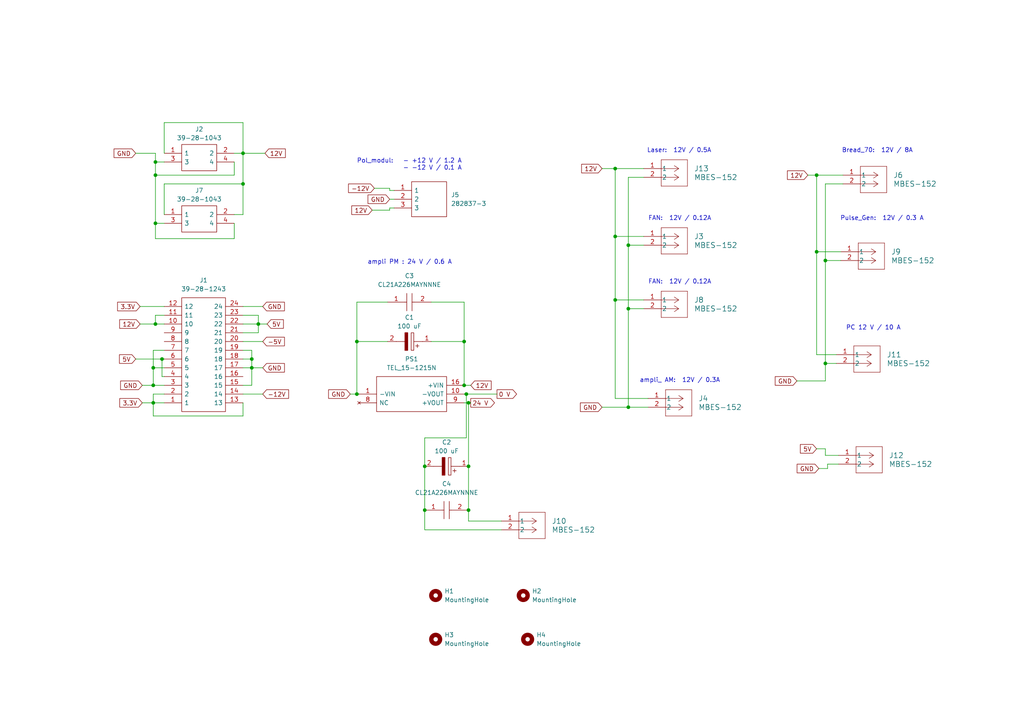
<source format=kicad_sch>
(kicad_sch (version 20230121) (generator eeschema)
  (paper "A4")
  (lib_symbols
    (symbol "282837-3:282837-3" (pin_names (offset 0.762))
      (property "Reference" "J" (at 16.51 7.62 0))
      (property "Value" "282837-3" (at 16.51 5.08 0))
      (symbol "282837-3_0_0"
        (pin passive line (at 0 0 0) (length 5.08) (name "1") (number "1"))
        (pin passive line (at 0 -2.54 0) (length 5.08) (name "2") (number "2"))
        (pin passive line (at 0 -5.08 0) (length 5.08) (name "3") (number "3"))
      )
      (symbol "282837-3_0_1"
        (polyline (pts (xy 5.08 2.54) (xy 15.24 2.54) (xy 15.24 -7.62) (xy 5.08 -7.62) (xy 5.08 2.54)) (stroke (width 0.1524)))
      )
    )
    (symbol "39-28-1043:39-28-1043" (pin_names (offset 0.762))
      (property "Reference" "J" (at 16.51 7.62 0))
      (property "Value" "39-28-1043" (at 16.51 5.08 0))
      (symbol "39-28-1043_0_0"
        (pin passive line (at 0 0 0) (length 5.08) (name "1") (number "1"))
        (pin passive line (at 20.32 0 180) (length 5.08) (name "2") (number "2"))
        (pin passive line (at 0 -2.54 0) (length 5.08) (name "3") (number "3"))
        (pin passive line (at 20.32 -2.54 180) (length 5.08) (name "4") (number "4"))
      )
      (symbol "39-28-1043_0_1"
        (polyline (pts (xy 5.08 2.54) (xy 15.24 2.54) (xy 15.24 -5.08) (xy 5.08 -5.08) (xy 5.08 2.54)) (stroke (width 0.1524)))
      )
    )
    (symbol "39-28-1243:39-28-1243" (pin_names (offset 0.762))
      (property "Reference" "J" (at 19.05 7.62 0))
      (property "Value" "39-28-1243" (at 19.05 5.08 0))
      (symbol "39-28-1243_0_0"
        (pin passive line (at 22.86 0 180) (length 5.08) (name "1") (number "1"))
        (pin passive line (at 22.86 -22.86 180) (length 5.08) (name "10") (number "10"))
        (pin passive line (at 22.86 -25.4 180) (length 5.08) (name "11") (number "11"))
        (pin passive line (at 22.86 -27.94 180) (length 5.08) (name "12") (number "12"))
        (pin passive line (at 0 0 0) (length 5.08) (name "13") (number "13"))
        (pin passive line (at 0 -2.54 0) (length 5.08) (name "14") (number "14"))
        (pin passive line (at 0 -5.08 0) (length 5.08) (name "15") (number "15"))
        (pin passive line (at 0 -7.62 0) (length 5.08) (name "16") (number "16"))
        (pin passive line (at 0 -10.16 0) (length 5.08) (name "17") (number "17"))
        (pin passive line (at 0 -12.7 0) (length 5.08) (name "18") (number "18"))
        (pin passive line (at 0 -15.24 0) (length 5.08) (name "19") (number "19"))
        (pin passive line (at 22.86 -2.54 180) (length 5.08) (name "2") (number "2"))
        (pin passive line (at 0 -17.78 0) (length 5.08) (name "20") (number "20"))
        (pin passive line (at 0 -20.32 0) (length 5.08) (name "21") (number "21"))
        (pin passive line (at 0 -22.86 0) (length 5.08) (name "22") (number "22"))
        (pin passive line (at 0 -25.4 0) (length 5.08) (name "23") (number "23"))
        (pin passive line (at 0 -27.94 0) (length 5.08) (name "24") (number "24"))
        (pin passive line (at 22.86 -5.08 180) (length 5.08) (name "3") (number "3"))
        (pin passive line (at 22.86 -7.62 180) (length 5.08) (name "4") (number "4"))
        (pin passive line (at 22.86 -10.16 180) (length 5.08) (name "5") (number "5"))
        (pin passive line (at 22.86 -12.7 180) (length 5.08) (name "6") (number "6"))
        (pin passive line (at 22.86 -15.24 180) (length 5.08) (name "7") (number "7"))
        (pin passive line (at 22.86 -17.78 180) (length 5.08) (name "8") (number "8"))
        (pin passive line (at 22.86 -20.32 180) (length 5.08) (name "9") (number "9"))
      )
      (symbol "39-28-1243_0_1"
        (polyline (pts (xy 5.08 2.54) (xy 17.78 2.54) (xy 17.78 -30.48) (xy 5.08 -30.48) (xy 5.08 2.54)) (stroke (width 0.1524)))
      )
    )
    (symbol "CL21A226MAYNNNE:CL21A226MAYNNNE" (pin_names (offset 0.762))
      (property "Reference" "C" (at 8.89 6.35 0))
      (property "Value" "CL21A226MAYNNNE" (at 8.89 3.81 0))
      (symbol "CL21A226MAYNNNE_0_0"
        (pin passive line (at 0 0 0) (length 5.08) (name "~") (number "1"))
        (pin passive line (at 12.7 0 180) (length 5.08) (name "~") (number "2"))
      )
      (symbol "CL21A226MAYNNNE_0_1"
        (polyline (pts (xy 5.08 0) (xy 5.588 0)) (stroke (width 0.1524)))
        (polyline (pts (xy 5.588 2.54) (xy 5.588 -2.54)) (stroke (width 0.1524)))
        (polyline (pts (xy 7.112 0) (xy 7.62 0)) (stroke (width 0.1524)))
        (polyline (pts (xy 7.112 2.54) (xy 7.112 -2.54)) (stroke (width 0.1524)))
      )
    )
    (symbol "MBES-152:MBES-152" (pin_names (offset 0.254))
      (property "Reference" "J" (at 8.89 6.35 0))
      (property "Value" "MBES-152" (at 0 0 0))
      (symbol "MBES-152_1_1"
        (polyline (pts (xy 5.08 -5.08) (xy 12.7 -5.08)) (stroke (width 0.127)))
        (polyline (pts (xy 5.08 2.54) (xy 5.08 -5.08)) (stroke (width 0.127)))
        (polyline (pts (xy 10.16 -2.54) (xy 5.08 -2.54)) (stroke (width 0.127)))
        (polyline (pts (xy 10.16 -2.54) (xy 8.89 -3.3867)) (stroke (width 0.127)))
        (polyline (pts (xy 10.16 -2.54) (xy 8.89 -1.6933)) (stroke (width 0.127)))
        (polyline (pts (xy 10.16 0) (xy 5.08 0)) (stroke (width 0.127)))
        (polyline (pts (xy 10.16 0) (xy 8.89 -0.8467)) (stroke (width 0.127)))
        (polyline (pts (xy 10.16 0) (xy 8.89 0.8467)) (stroke (width 0.127)))
        (polyline (pts (xy 12.7 -5.08) (xy 12.7 2.54)) (stroke (width 0.127)))
        (polyline (pts (xy 12.7 2.54) (xy 5.08 2.54)) (stroke (width 0.127)))
        (pin unspecified line (at 0 0 0) (length 5.08) (name "1") (number "1"))
        (pin unspecified line (at 0 -2.54 0) (length 5.08) (name "2") (number "2"))
      )
      (symbol "MBES-152_1_2"
        (polyline (pts (xy 5.08 -5.08) (xy 12.7 -5.08)) (stroke (width 0.127)))
        (polyline (pts (xy 5.08 2.54) (xy 5.08 -5.08)) (stroke (width 0.127)))
        (polyline (pts (xy 7.62 -2.54) (xy 5.08 -2.54)) (stroke (width 0.127)))
        (polyline (pts (xy 7.62 -2.54) (xy 8.89 -3.3867)) (stroke (width 0.127)))
        (polyline (pts (xy 7.62 -2.54) (xy 8.89 -1.6933)) (stroke (width 0.127)))
        (polyline (pts (xy 7.62 0) (xy 5.08 0)) (stroke (width 0.127)))
        (polyline (pts (xy 7.62 0) (xy 8.89 -0.8467)) (stroke (width 0.127)))
        (polyline (pts (xy 7.62 0) (xy 8.89 0.8467)) (stroke (width 0.127)))
        (polyline (pts (xy 12.7 -5.08) (xy 12.7 2.54)) (stroke (width 0.127)))
        (polyline (pts (xy 12.7 2.54) (xy 5.08 2.54)) (stroke (width 0.127)))
        (pin unspecified line (at 0 0 0) (length 5.08) (name "1") (number "1"))
        (pin unspecified line (at 0 -2.54 0) (length 5.08) (name "2") (number "2"))
      )
    )
    (symbol "Mechanical:MountingHole" (pin_names (offset 1.016))
      (property "Reference" "H" (at 0 5.08 0))
      (property "Value" "MountingHole" (at 0 3.175 0))
      (symbol "MountingHole_0_1"
        (circle (center 0 0) (radius 1.27) (stroke (width 1.27)))
      )
    )
    (symbol "T55D107M025C0060:T55D107M025C0060" (pin_names (offset 0.762))
      (property "Reference" "C" (at 8.89 6.35 0))
      (property "Value" "T55D107M025C0060" (at 8.89 3.81 0))
      (symbol "T55D107M025C0060_0_0"
        (pin passive line (at 0 0 0) (length 2.54) (name "~") (number "1"))
        (pin passive line (at 12.7 0 180) (length 2.54) (name "~") (number "2"))
      )
      (symbol "T55D107M025C0060_0_1"
        (polyline (pts (xy 2.54 0) (xy 5.08 0)) (stroke (width 0.1524)))
        (polyline (pts (xy 4.064 1.778) (xy 4.064 0.762)) (stroke (width 0.1524)))
        (polyline (pts (xy 4.572 1.27) (xy 3.556 1.27)) (stroke (width 0.1524)))
        (polyline (pts (xy 7.62 0) (xy 10.16 0)) (stroke (width 0.1524)))
        (polyline (pts (xy 5.08 2.54) (xy 5.08 -2.54) (xy 5.842 -2.54) (xy 5.842 2.54) (xy 5.08 2.54)) (stroke (width 0.1524)))
        (polyline (pts (xy 7.62 2.54) (xy 7.62 -2.54) (xy 6.858 -2.54) (xy 6.858 2.54) (xy 7.62 2.54)) (stroke (width 0.254)) (fill (type outline)))
      )
    )
    (symbol "TEL_15-1215N:TEL_15-1215N" (pin_names (offset 0.762))
      (property "Reference" "PS" (at 26.67 7.62 0))
      (property "Value" "TEL_15-1215N" (at 26.67 5.08 0))
      (symbol "TEL_15-1215N_0_0"
        (pin passive line (at 30.48 -2.54 180) (length 5.08) (name "-VIN") (number "1"))
        (pin passive line (at 0 -2.54 0) (length 5.08) (name "-VOUT") (number "10"))
        (pin passive line (at 0 -5.08 0) (length 5.08) (name "+VIN") (number "16"))
        (pin no_connect line (at 30.48 0 180) (length 5.08) (name "NC") (number "8"))
        (pin passive line (at 0 0 0) (length 5.08) (name "+VOUT") (number "9"))
      )
      (symbol "TEL_15-1215N_0_1"
        (polyline (pts (xy 5.08 2.54) (xy 25.4 2.54) (xy 25.4 -7.62) (xy 5.08 -7.62) (xy 5.08 2.54)) (stroke (width 0.1524)))
      )
    )
  )
  (junction (at 239.395 105.41))
  (junction (at 239.395 75.565))
  (junction (at 236.855 50.8))
  (junction (at 236.855 73.025))
  (junction (at 73.025 104.14))
  (junction (at 44.45 106.68))
  (junction (at 135.89 135.255))
  (junction (at 178.435 86.995))
  (junction (at 182.245 118.11))
  (junction (at 182.245 89.535))
  (junction (at 70.485 53.34))
  (junction (at 134.62 99.06))
  (junction (at 45.085 46.99))
  (junction (at 46.99 104.14))
  (junction (at 135.89 147.955))
  (junction (at 134.62 111.76))
  (junction (at 70.485 44.45))
  (junction (at 178.435 68.58))
  (junction (at 45.085 93.98))
  (junction (at 73.025 106.68))
  (junction (at 135.255 114.3))
  (junction (at 103.505 114.3))
  (junction (at 178.435 48.895))
  (junction (at 44.45 111.76))
  (junction (at 123.19 135.255))
  (junction (at 44.45 116.84))
  (junction (at 45.085 50.8))
  (junction (at 74.93 93.98))
  (junction (at 103.505 99.06))
  (junction (at 123.19 147.955))
  (junction (at 182.245 71.12))
  (junction (at 45.085 64.77))
  (junction (at 135.89 116.84))
  (wire (pts (xy 45.085 93.98) (xy 45.085 91.44)))
  (wire (pts (xy 47.625 44.45) (xy 47.625 35.56)))
  (wire (pts (xy 74.93 91.44) (xy 74.93 93.98)))
  (wire (pts (xy 67.945 69.215) (xy 45.085 69.215)))
  (wire (pts (xy 44.45 114.3) (xy 44.45 116.84)))
  (wire (pts (xy 67.945 44.45) (xy 70.485 44.45)))
  (wire (pts (xy 186.69 89.535) (xy 182.245 89.535)))
  (wire (pts (xy 186.69 86.995) (xy 178.435 86.995)))
  (wire (pts (xy 242.57 102.87) (xy 236.855 102.87)))
  (wire (pts (xy 70.485 91.44) (xy 74.93 91.44)))
  (wire (pts (xy 44.45 120.65) (xy 70.485 120.65)))
  (wire (pts (xy 125.095 99.06) (xy 134.62 99.06)))
  (wire (pts (xy 178.435 86.995) (xy 178.435 68.58)))
  (wire (pts (xy 243.205 134.62) (xy 240.03 134.62)))
  (wire (pts (xy 182.245 71.12) (xy 182.245 89.535)))
  (wire (pts (xy 41.275 111.76) (xy 44.45 111.76)))
  (wire (pts (xy 44.45 101.6) (xy 44.45 106.68)))
  (wire (pts (xy 113.03 57.785) (xy 114.3 57.785)))
  (wire (pts (xy 123.19 127) (xy 123.19 135.255)))
  (wire (pts (xy 239.395 132.08) (xy 243.205 132.08)))
  (wire (pts (xy 240.03 135.89) (xy 237.49 135.89)))
  (wire (pts (xy 41.275 116.84) (xy 44.45 116.84)))
  (wire (pts (xy 134.62 114.3) (xy 135.255 114.3)))
  (wire (pts (xy 114.3 55.245) (xy 113.03 55.245)))
  (wire (pts (xy 70.485 44.45) (xy 70.485 53.34)))
  (wire (pts (xy 178.435 48.895) (xy 178.435 68.58)))
  (wire (pts (xy 44.45 111.76) (xy 47.625 111.76)))
  (wire (pts (xy 47.625 104.14) (xy 46.99 104.14)))
  (wire (pts (xy 67.945 62.23) (xy 70.485 62.23)))
  (wire (pts (xy 239.395 75.565) (xy 243.84 75.565)))
  (wire (pts (xy 182.245 89.535) (xy 182.245 118.11)))
  (wire (pts (xy 135.89 116.84) (xy 136.525 116.84)))
  (wire (pts (xy 74.93 96.52) (xy 74.93 93.98)))
  (wire (pts (xy 134.62 116.84) (xy 135.89 116.84)))
  (wire (pts (xy 239.395 130.175) (xy 236.855 130.175)))
  (wire (pts (xy 39.37 104.14) (xy 46.99 104.14)))
  (wire (pts (xy 243.84 73.025) (xy 236.855 73.025)))
  (wire (pts (xy 47.625 93.98) (xy 45.085 93.98)))
  (wire (pts (xy 45.085 69.215) (xy 45.085 64.77)))
  (wire (pts (xy 46.99 104.14) (xy 46.99 109.22)))
  (wire (pts (xy 70.485 120.65) (xy 70.485 116.84)))
  (wire (pts (xy 47.625 101.6) (xy 44.45 101.6)))
  (wire (pts (xy 135.255 114.3) (xy 144.145 114.3)))
  (wire (pts (xy 47.625 35.56) (xy 70.485 35.56)))
  (wire (pts (xy 125.095 87.63) (xy 134.62 87.63)))
  (wire (pts (xy 112.395 99.06) (xy 103.505 99.06)))
  (wire (pts (xy 186.69 71.12) (xy 182.245 71.12)))
  (wire (pts (xy 47.625 114.3) (xy 44.45 114.3)))
  (wire (pts (xy 186.69 51.435) (xy 182.245 51.435)))
  (wire (pts (xy 73.025 106.68) (xy 73.025 111.76)))
  (wire (pts (xy 44.45 106.68) (xy 44.45 111.76)))
  (wire (pts (xy 47.625 53.34) (xy 70.485 53.34)))
  (wire (pts (xy 123.19 153.67) (xy 123.19 147.955)))
  (wire (pts (xy 70.485 114.3) (xy 76.2 114.3)))
  (wire (pts (xy 70.485 88.9) (xy 76.2 88.9)))
  (wire (pts (xy 47.625 106.68) (xy 44.45 106.68)))
  (wire (pts (xy 113.03 60.96) (xy 107.95 60.96)))
  (wire (pts (xy 239.395 105.41) (xy 239.395 110.49)))
  (wire (pts (xy 123.19 135.255) (xy 123.19 147.955)))
  (wire (pts (xy 104.14 114.3) (xy 103.505 114.3)))
  (wire (pts (xy 67.945 64.77) (xy 67.945 69.215)))
  (wire (pts (xy 236.855 73.025) (xy 236.855 102.87)))
  (wire (pts (xy 134.62 87.63) (xy 134.62 99.06)))
  (wire (pts (xy 70.485 53.34) (xy 70.485 62.23)))
  (wire (pts (xy 239.395 75.565) (xy 239.395 105.41)))
  (wire (pts (xy 174.625 48.895) (xy 178.435 48.895)))
  (wire (pts (xy 244.475 53.34) (xy 239.395 53.34)))
  (wire (pts (xy 67.945 50.8) (xy 45.085 50.8)))
  (wire (pts (xy 178.435 115.57) (xy 178.435 86.995)))
  (wire (pts (xy 135.89 151.13) (xy 135.89 147.955)))
  (wire (pts (xy 39.37 44.45) (xy 45.085 44.45)))
  (wire (pts (xy 236.855 50.8) (xy 244.475 50.8)))
  (wire (pts (xy 187.96 118.11) (xy 182.245 118.11)))
  (wire (pts (xy 135.89 135.255) (xy 135.89 116.84)))
  (wire (pts (xy 44.45 116.84) (xy 47.625 116.84)))
  (wire (pts (xy 182.245 118.11) (xy 174.625 118.11)))
  (wire (pts (xy 70.485 101.6) (xy 73.025 101.6)))
  (wire (pts (xy 240.03 134.62) (xy 240.03 135.89)))
  (wire (pts (xy 231.14 110.49) (xy 239.395 110.49)))
  (wire (pts (xy 73.025 101.6) (xy 73.025 104.14)))
  (wire (pts (xy 242.57 105.41) (xy 239.395 105.41)))
  (wire (pts (xy 74.93 93.98) (xy 77.47 93.98)))
  (wire (pts (xy 239.395 53.34) (xy 239.395 75.565)))
  (wire (pts (xy 236.855 50.8) (xy 236.855 73.025)))
  (wire (pts (xy 187.96 115.57) (xy 178.435 115.57)))
  (wire (pts (xy 103.505 99.06) (xy 103.505 114.3)))
  (wire (pts (xy 70.485 96.52) (xy 74.93 96.52)))
  (wire (pts (xy 70.485 99.06) (xy 76.2 99.06)))
  (wire (pts (xy 45.085 50.8) (xy 45.085 64.77)))
  (wire (pts (xy 44.45 116.84) (xy 44.45 120.65)))
  (wire (pts (xy 45.085 44.45) (xy 45.085 46.99)))
  (wire (pts (xy 112.395 87.63) (xy 103.505 87.63)))
  (wire (pts (xy 113.03 54.61) (xy 108.585 54.61)))
  (wire (pts (xy 70.485 93.98) (xy 74.93 93.98)))
  (wire (pts (xy 103.505 87.63) (xy 103.505 99.06)))
  (wire (pts (xy 234.315 50.8) (xy 236.855 50.8)))
  (wire (pts (xy 45.085 46.99) (xy 45.085 50.8)))
  (wire (pts (xy 239.395 132.08) (xy 239.395 130.175)))
  (wire (pts (xy 134.62 111.76) (xy 136.525 111.76)))
  (wire (pts (xy 70.485 44.45) (xy 76.835 44.45)))
  (wire (pts (xy 45.085 91.44) (xy 47.625 91.44)))
  (wire (pts (xy 182.245 51.435) (xy 182.245 71.12)))
  (wire (pts (xy 134.62 99.06) (xy 134.62 111.76)))
  (wire (pts (xy 135.255 127) (xy 123.19 127)))
  (wire (pts (xy 103.505 114.3) (xy 101.6 114.3)))
  (wire (pts (xy 73.025 111.76) (xy 70.485 111.76)))
  (wire (pts (xy 46.99 109.22) (xy 47.625 109.22)))
  (wire (pts (xy 76.2 106.68) (xy 73.025 106.68)))
  (wire (pts (xy 135.89 135.255) (xy 135.89 147.955)))
  (wire (pts (xy 73.025 106.68) (xy 70.485 106.68)))
  (wire (pts (xy 145.415 153.67) (xy 123.19 153.67)))
  (wire (pts (xy 67.945 46.99) (xy 67.945 50.8)))
  (wire (pts (xy 40.64 93.98) (xy 45.085 93.98)))
  (wire (pts (xy 113.03 60.325) (xy 113.03 60.96)))
  (wire (pts (xy 145.415 151.13) (xy 135.89 151.13)))
  (wire (pts (xy 113.03 55.245) (xy 113.03 54.61)))
  (wire (pts (xy 40.64 88.9) (xy 47.625 88.9)))
  (wire (pts (xy 47.625 46.99) (xy 45.085 46.99)))
  (wire (pts (xy 186.69 48.895) (xy 178.435 48.895)))
  (wire (pts (xy 70.485 35.56) (xy 70.485 44.45)))
  (wire (pts (xy 73.025 104.14) (xy 73.025 106.68)))
  (wire (pts (xy 135.255 114.3) (xy 135.255 127)))
  (wire (pts (xy 47.625 62.23) (xy 47.625 53.34)))
  (wire (pts (xy 47.625 64.77) (xy 45.085 64.77)))
  (wire (pts (xy 114.3 60.325) (xy 113.03 60.325)))
  (wire (pts (xy 70.485 104.14) (xy 73.025 104.14)))
  (wire (pts (xy 186.69 68.58) (xy 178.435 68.58)))
  (text " PC 12 V / 10 A " (at 262.255 95.885 0) (effects (font (size 1.27 1.27)) (justify right bottom)))
  (text "Bread_70:  12V / 8A" (at 264.795 44.45 0) (effects (font (size 1.27 1.27)) (justify right bottom)))
  (text "Laser:  12V / 0.5A  " (at 208.28 44.45 0) (effects (font (size 1.27 1.27)) (justify right bottom)))
  (text "FAN:  12V / 0.12A  " (at 208.28 82.55 0) (effects (font (size 1.27 1.27)) (justify right bottom)))
  (text "FAN:  12V / 0.12A  " (at 208.28 64.135 0) (effects (font (size 1.27 1.27)) (justify right bottom)))
  (text "Pol_modul:   - +12 V / 1.2 A\n             - -12 V / 0.1 A" (at 133.985 49.53 0) (effects (font (size 1.27 1.27)) (justify right bottom)))
  (text "ampli_ AM:  12V / 0.3A  " (at 210.82 111.125 0) (effects (font (size 1.27 1.27)) (justify right bottom)))
  (text "Pulse_Gen:  12V / 0.3 A" (at 267.97 64.135 0) (effects (font (size 1.27 1.27)) (justify right bottom)))
  (text " ampli PM : 24 V / 0.6 A " (at 132.08 76.835 0) (effects (font (size 1.27 1.27)) (justify right bottom)))
  (global_label "-12V" (shape input) (at 108.585 54.61 180) (property "Intersheetrefs" "${INTERSHEET_REFS}" (effects hide)))
  (global_label "GND" (shape input) (at 39.37 44.45 180) (property "Intersheetrefs" "${INTERSHEET_REFS}" (effects hide)))
  (global_label "-12V" (shape input) (at 76.2 114.3 0) (property "Intersheetrefs" "${INTERSHEET_REFS}" (effects hide)))
  (global_label "GND" (shape input) (at 76.2 88.9 0) (property "Intersheetrefs" "${INTERSHEET_REFS}" (effects hide)))
  (global_label "12V" (shape input) (at 76.835 44.45 0) (property "Intersheetrefs" "${INTERSHEET_REFS}" (effects hide)))
  (global_label "5V" (shape input) (at 236.855 130.175 180) (property "Intersheetrefs" "${INTERSHEET_REFS}" (effects hide)))
  (global_label "0 V" (shape output) (at 144.145 114.3 0) (property "Intersheetrefs" "${INTERSHEET_REFS}" (effects hide)))
  (global_label "GND" (shape input) (at 41.275 111.76 180) (property "Intersheetrefs" "${INTERSHEET_REFS}" (effects hide)))
  (global_label "12V" (shape input) (at 136.525 111.76 0) (property "Intersheetrefs" "${INTERSHEET_REFS}" (effects hide)))
  (global_label "12V" (shape input) (at 234.315 50.8 180) (property "Intersheetrefs" "${INTERSHEET_REFS}" (effects hide)))
  (global_label "GND" (shape input) (at 174.625 118.11 180) (property "Intersheetrefs" "${INTERSHEET_REFS}" (effects hide)))
  (global_label "GND" (shape input) (at 76.2 106.68 0) (property "Intersheetrefs" "${INTERSHEET_REFS}" (effects hide)))
  (global_label "GND" (shape input) (at 113.03 57.785 180) (property "Intersheetrefs" "${INTERSHEET_REFS}" (effects hide)))
  (global_label "GND" (shape input) (at 237.49 135.89 180) (property "Intersheetrefs" "${INTERSHEET_REFS}" (effects hide)))
  (global_label "5V" (shape input) (at 77.47 93.98 0) (property "Intersheetrefs" "${INTERSHEET_REFS}" (effects hide)))
  (global_label "3.3V" (shape input) (at 41.275 116.84 180) (property "Intersheetrefs" "${INTERSHEET_REFS}" (effects hide)))
  (global_label "3.3V" (shape input) (at 40.64 88.9 180) (property "Intersheetrefs" "${INTERSHEET_REFS}" (effects hide)))
  (global_label "12V" (shape input) (at 107.95 60.96 180) (property "Intersheetrefs" "${INTERSHEET_REFS}" (effects hide)))
  (global_label "GND" (shape input) (at 231.14 110.49 180) (property "Intersheetrefs" "${INTERSHEET_REFS}" (effects hide)))
  (global_label "GND" (shape input) (at 101.6 114.3 180) (property "Intersheetrefs" "${INTERSHEET_REFS}" (effects hide)))
  (global_label "-5V" (shape input) (at 76.2 99.06 0) (property "Intersheetrefs" "${INTERSHEET_REFS}" (effects hide)))
  (global_label "12V" (shape input) (at 40.64 93.98 180) (property "Intersheetrefs" "${INTERSHEET_REFS}" (effects hide)))
  (global_label "24 V" (shape output) (at 136.525 116.84 0) (property "Intersheetrefs" "${INTERSHEET_REFS}" (effects hide)))
  (global_label "12V" (shape input) (at 174.625 48.895 180) (property "Intersheetrefs" "${INTERSHEET_REFS}" (effects hide)))
  (global_label "5V" (shape input) (at 39.37 104.14 180) (property "Intersheetrefs" "${INTERSHEET_REFS}" (effects hide)))
  (symbol (lib_id "39-28-1043:39-28-1043") (at 47.625 44.45 0) (unit 1)
    (property "Reference" "J2" (at 57.785 37.465 0))
    (property "Value" "39-28-1043" (at 57.785 40.005 0))
    (property "Footprint" "39-28-1043" (effects hide))
    (property "Datasheet" "https://www.molex.com/pdm_docs/sd/039281023_sd.pdf" (effects hide))
    (property "Description" "Mini-Fit Jr. Vertical Header, 4.20mm Pitch, Dual Row, 4 Circuits, without Snap-in Plastic Peg PCB Lock, Tin, Natural" (effects hide))
    (property "Height" "12.8" (effects hide))
    (property "Mouser Part Number" "538-39-28-1043" (effects hide))
    (property "Mouser Price/Stock" "https://www.mouser.co.uk/ProductDetail/Molex/39-28-1043?qs=LQQHZ4xw2XCMHoV0KRLGhg%3D%3D" (effects hide))
    (property "Manufacturer_Name" "Molex" (effects hide))
    (property "Manufacturer_Part_Number" "39-28-1043" (effects hide))
  )
  (symbol (lib_id "CL21A226MAYNNNE:CL21A226MAYNNNE") (at 123.19 147.955 0) (unit 1)
    (property "Reference" "C4" (at 129.54 140.335 0))
    (property "Value" "CL21A226MAYNNNE" (at 129.54 142.875 0))
    (property "Footprint" "CAPC2012X145N" (effects hide))
    (property "Datasheet" "http://product.samsungsem.com/mlcc/CL21A226MAYNNN.do" (effects hide))
    (property "Description" "Multilayer Ceramic Capacitors MLCC - SMD/SMT 22uF+/-20% 25V X5R 2012" (effects hide))
    (property "Height" "1.45" (effects hide))
    (property "Mouser Part Number" "187-CL21A226MAYNNNE" (effects hide))
    (property "Mouser Price/Stock" "https://www.mouser.co.uk/ProductDetail/Samsung-Electro-Mechanics/CL21A226MAYNNNE?qs=xZ%2FP%252Ba9zWqY%2FVvCfXjMhqg%3D%3D" (effects hide))
    (property "Manufacturer_Name" "SAMSUNG" (effects hide))
    (property "Manufacturer_Part_Number" "CL21A226MAYNNNE" (effects hide))
  )
  (symbol (lib_id "CL21A226MAYNNNE:CL21A226MAYNNNE") (at 112.395 87.63 0) (unit 1)
    (property "Reference" "C3" (at 118.745 80.01 0))
    (property "Value" "CL21A226MAYNNNE" (at 118.745 82.55 0))
    (property "Footprint" "CAPC2012X145N" (effects hide))
    (property "Datasheet" "http://product.samsungsem.com/mlcc/CL21A226MAYNNN.do" (effects hide))
    (property "Description" "Multilayer Ceramic Capacitors MLCC - SMD/SMT 22uF+/-20% 25V X5R 2012" (effects hide))
    (property "Height" "1.45" (effects hide))
    (property "Mouser Part Number" "187-CL21A226MAYNNNE" (effects hide))
    (property "Mouser Price/Stock" "https://www.mouser.co.uk/ProductDetail/Samsung-Electro-Mechanics/CL21A226MAYNNNE?qs=xZ%2FP%252Ba9zWqY%2FVvCfXjMhqg%3D%3D" (effects hide))
    (property "Manufacturer_Name" "SAMSUNG" (effects hide))
    (property "Manufacturer_Part_Number" "CL21A226MAYNNNE" (effects hide))
  )
  (symbol (lib_id "T55D107M025C0060:T55D107M025C0060") (at 125.095 99.06 180) (unit 1)
    (property "Reference" "C1" (at 118.745 92.075 0))
    (property "Value" "100 uF" (at 118.745 94.615 0))
    (property "Footprint" "CAPPM7343X310N" (effects hide))
    (property "Datasheet" "https://www.mouser.in/datasheet/2/427/VISH_S_A0011791766_1-2571805.pdf" (effects hide))
    (property "Description" "Tantalum Capacitors - Polymer 100uF 25volts 20% D Case 60 Max.ESR" (effects hide))
    (property "Height" "3.1" (effects hide))
    (property "Manufacturer_Name" "Vishay" (effects hide))
    (property "Manufacturer_Part_Number" "T55D107M025C0060" (effects hide))
    (property "Mouser Part Number" "74-T55D107M025C0060" (effects hide))
    (property "Mouser Price/Stock" "https://www.mouser.co.uk/ProductDetail/Vishay-Sprague/T55D107M025C0060?qs=iR2ablhfrmEk%252B%2Fi%2Ffn01KQ%3D%3D" (effects hide))
  )
  (symbol (lib_id "MBES-152:MBES-152") (at 145.415 151.13 0) (unit 1)
    (property "Reference" "J10" (at 160.02 151.13 0) (effects (font (size 1.524 1.524)) (justify left)))
    (property "Value" "MBES-152" (at 160.02 153.67 0) (effects (font (size 1.524 1.524)) (justify left)))
    (property "Footprint" "CONN_MBES-152_ALT" (effects hide))
    (property "Datasheet" "MBES-152" (effects hide))
  )
  (symbol (lib_id "MBES-152:MBES-152") (at 242.57 102.87 0) (unit 1)
    (property "Reference" "J11" (at 257.175 102.87 0) (effects (font (size 1.524 1.524)) (justify left)))
    (property "Value" "MBES-152" (at 257.175 105.41 0) (effects (font (size 1.524 1.524)) (justify left)))
    (property "Footprint" "CONN_MBES-152_ALT" (effects hide))
    (property "Datasheet" "MBES-152" (effects hide))
  )
  (symbol (lib_id "MBES-152:MBES-152") (at 186.69 48.895 0) (unit 1)
    (property "Reference" "J13" (at 201.295 48.895 0) (effects (font (size 1.524 1.524)) (justify left)))
    (property "Value" "MBES-152" (at 201.295 51.435 0) (effects (font (size 1.524 1.524)) (justify left)))
    (property "Footprint" "CONN_MBES-152_ALT" (effects hide))
    (property "Datasheet" "MBES-152" (effects hide))
  )
  (symbol (lib_id "Mechanical:MountingHole") (at 153.035 185.42 0) (unit 1)
    (property "Reference" "H4" (at 155.575 184.15 0) (effects (justify left)))
    (property "Value" "MountingHole" (at 155.575 186.69 0) (effects (justify left)))
    (property "Footprint" "MountingHole:MountingHole_3mm_Pad_Via" (effects hide))
  )
  (symbol (lib_id "MBES-152:MBES-152") (at 243.205 132.08 0) (unit 1)
    (property "Reference" "J12" (at 257.81 132.08 0) (effects (font (size 1.524 1.524)) (justify left)))
    (property "Value" "MBES-152" (at 257.81 134.62 0) (effects (font (size 1.524 1.524)) (justify left)))
    (property "Footprint" "CONN_MBES-152_ALT" (effects hide))
    (property "Datasheet" "MBES-152" (effects hide))
  )
  (symbol (lib_id "Mechanical:MountingHole") (at 126.365 172.72 0) (unit 1)
    (property "Reference" "H1" (at 128.905 171.45 0) (effects (justify left)))
    (property "Value" "MountingHole" (at 128.905 173.99 0) (effects (justify left)))
    (property "Footprint" "MountingHole:MountingHole_3mm_Pad_Via" (effects hide))
  )
  (symbol (lib_id "MBES-152:MBES-152") (at 244.475 50.8 0) (unit 1)
    (property "Reference" "J6" (at 259.08 50.8 0) (effects (font (size 1.524 1.524)) (justify left)))
    (property "Value" "MBES-152" (at 259.08 53.34 0) (effects (font (size 1.524 1.524)) (justify left)))
    (property "Footprint" "CONN_MBES-152_ALT" (effects hide))
    (property "Datasheet" "MBES-152" (effects hide))
  )
  (symbol (lib_id "MBES-152:MBES-152") (at 243.84 73.025 0) (unit 1)
    (property "Reference" "J9" (at 258.445 73.025 0) (effects (font (size 1.524 1.524)) (justify left)))
    (property "Value" "MBES-152" (at 258.445 75.565 0) (effects (font (size 1.524 1.524)) (justify left)))
    (property "Footprint" "CONN_MBES-152_ALT" (effects hide))
    (property "Datasheet" "MBES-152" (effects hide))
  )
  (symbol (lib_id "MBES-152:MBES-152") (at 186.69 68.58 0) (unit 1)
    (property "Reference" "J3" (at 201.295 68.58 0) (effects (font (size 1.524 1.524)) (justify left)))
    (property "Value" "MBES-152" (at 201.295 71.12 0) (effects (font (size 1.524 1.524)) (justify left)))
    (property "Footprint" "CONN_MBES-152_ALT" (effects hide))
    (property "Datasheet" "MBES-152" (effects hide))
  )
  (symbol (lib_id "MBES-152:MBES-152") (at 186.69 86.995 0) (unit 1)
    (property "Reference" "J8" (at 201.295 86.995 0) (effects (font (size 1.524 1.524)) (justify left)))
    (property "Value" "MBES-152" (at 201.295 89.535 0) (effects (font (size 1.524 1.524)) (justify left)))
    (property "Footprint" "CONN_MBES-152_ALT" (effects hide))
    (property "Datasheet" "MBES-152" (effects hide))
  )
  (symbol (lib_id "Mechanical:MountingHole") (at 126.365 185.42 0) (unit 1)
    (property "Reference" "H3" (at 128.905 184.15 0) (effects (justify left)))
    (property "Value" "MountingHole" (at 128.905 186.69 0) (effects (justify left)))
    (property "Footprint" "MountingHole:MountingHole_3mm_Pad_Via" (effects hide))
  )
  (symbol (lib_id "39-28-1043:39-28-1043") (at 47.625 62.23 0) (unit 1)
    (property "Reference" "J7" (at 57.785 55.245 0))
    (property "Value" "39-28-1043" (at 57.785 57.785 0))
    (property "Footprint" "39-28-1043" (effects hide))
    (property "Datasheet" "https://www.molex.com/pdm_docs/sd/039281023_sd.pdf" (effects hide))
    (property "Description" "Mini-Fit Jr. Vertical Header, 4.20mm Pitch, Dual Row, 4 Circuits, without Snap-in Plastic Peg PCB Lock, Tin, Natural" (effects hide))
    (property "Height" "12.8" (effects hide))
    (property "Mouser Part Number" "538-39-28-1043" (effects hide))
    (property "Mouser Price/Stock" "https://www.mouser.co.uk/ProductDetail/Molex/39-28-1043?qs=LQQHZ4xw2XCMHoV0KRLGhg%3D%3D" (effects hide))
    (property "Manufacturer_Name" "Molex" (effects hide))
    (property "Manufacturer_Part_Number" "39-28-1043" (effects hide))
  )
  (symbol (lib_id "Mechanical:MountingHole") (at 151.765 172.72 0) (unit 1)
    (property "Reference" "H2" (at 154.305 171.45 0) (effects (justify left)))
    (property "Value" "MountingHole" (at 154.305 173.99 0) (effects (justify left)))
    (property "Footprint" "MountingHole:MountingHole_3mm_Pad_Via" (effects hide))
  )
  (symbol (lib_id "39-28-1243:39-28-1243") (at 70.485 116.84 180) (unit 1)
    (property "Reference" "J1" (at 59.055 81.28 0))
    (property "Value" "39-28-1243" (at 59.055 83.82 0))
    (property "Footprint" "39-28-1243" (effects hide))
    (property "Datasheet" "https://www.molex.com/pdm_docs/sd/039281023_sd.pdf" (effects hide))
    (property "Description" "24 way vertical PCB header,Mini-Fit Jr Molex MINI-FIT JR. Series, Series Number 5566, 4.2mm Pitch 24 Way 2 Row Straight PCB Header, Solder Termination, 6A" (effects hide))
    (property "Height" "12.8" (effects hide))
    (property "Mouser Part Number" "538-39-28-1243" (effects hide))
    (property "Mouser Price/Stock" "https://www.mouser.co.uk/ProductDetail/Molex/39-28-1243?qs=4XSMV6Twtb0I%2F4%252BTTSJFbg%3D%3D" (effects hide))
    (property "Manufacturer_Name" "Molex" (effects hide))
    (property "Manufacturer_Part_Number" "39-28-1243" (effects hide))
  )
  (symbol (lib_id "MBES-152:MBES-152") (at 187.96 115.57 0) (unit 1)
    (property "Reference" "J4" (at 202.565 115.57 0) (effects (font (size 1.524 1.524)) (justify left)))
    (property "Value" "MBES-152" (at 202.565 118.11 0) (effects (font (size 1.524 1.524)) (justify left)))
    (property "Footprint" "CONN_MBES-152_ALT" (effects hide))
    (property "Datasheet" "MBES-152" (effects hide))
  )
  (symbol (lib_id "T55D107M025C0060:T55D107M025C0060") (at 135.89 135.255 180) (unit 1)
    (property "Reference" "C2" (at 129.54 128.27 0))
    (property "Value" "100 uF" (at 129.54 130.81 0))
    (property "Footprint" "CAPPM7343X310N" (effects hide))
    (property "Datasheet" "https://www.mouser.in/datasheet/2/427/VISH_S_A0011791766_1-2571805.pdf" (effects hide))
    (property "Description" "Tantalum Capacitors - Polymer 100uF 25volts 20% D Case 60 Max.ESR" (effects hide))
    (property "Height" "3.1" (effects hide))
    (property "Manufacturer_Name" "Vishay" (effects hide))
    (property "Manufacturer_Part_Number" "T55D107M025C0060" (effects hide))
    (property "Mouser Part Number" "74-T55D107M025C0060" (effects hide))
    (property "Mouser Price/Stock" "https://www.mouser.co.uk/ProductDetail/Vishay-Sprague/T55D107M025C0060?qs=iR2ablhfrmEk%252B%2Fi%2Ffn01KQ%3D%3D" (effects hide))
  )
  (symbol (lib_id "TEL_15-1215N:TEL_15-1215N") (at 134.62 116.84 180) (unit 1)
    (property "Reference" "PS1" (at 119.38 104.14 0))
    (property "Value" "TEL_15-1215N" (at 119.38 106.68 0))
    (property "Footprint" "TEL151215N" (effects hide))
    (property "Datasheet" "https://tracopower.com/tel15n-datasheet/" (effects hide))
    (property "Description" "15 Watt DC/DC converter, industrial, 2:1 input, ultra compact design, encapsulated, DIP-16 metal package" (effects hide))
    (property "Height" "10.7" (effects hide))
    (property "Mouser Part Number" "495-TEL15-1215N" (effects hide))
    (property "Mouser Price/Stock" "https://www.mouser.co.uk/ProductDetail/TRACO-Power/TEL-15-1215N?qs=T%252BzbugeAwjjLZBJJlIkfGQ%3D%3D" (effects hide))
    (property "Manufacturer_Name" "Traco Power" (effects hide))
    (property "Manufacturer_Part_Number" "TEL 15-1215N" (effects hide))
  )
  (symbol (lib_id "282837-3:282837-3") (at 114.3 55.245 0) (unit 1)
    (property "Reference" "J5" (at 130.81 56.515 0) (effects (justify left)))
    (property "Value" "282837-3" (at 130.81 59.055 0) (effects (justify left)))
    (property "Footprint" "2828373" (effects hide))
    (property "Description" "Fixed Terminal Blocks 5.08MM PCB MOUNT 3P" (effects hide))
    (property "Height" "10.3" (effects hide))
    (property "Mouser Part Number" "571-2828373" (effects hide))
    (property "Mouser Price/Stock" "https://www.mouser.co.uk/ProductDetail/TE-Connectivity/282837-3?qs=A%252Bip%252BNCYi6PMRxtBYEOSrQ%3D%3D" (effects hide))
    (property "Manufacturer_Name" "TE Connectivity" (effects hide))
    (property "Manufacturer_Part_Number" "282837-3" (effects hide))
  )
)
</source>
